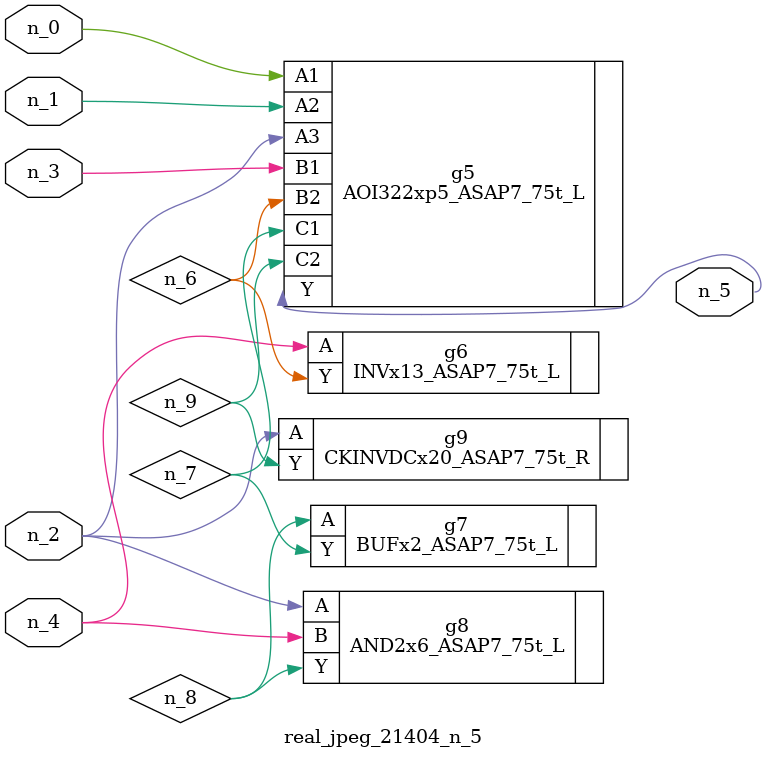
<source format=v>
module real_jpeg_21404_n_5 (n_4, n_0, n_1, n_2, n_3, n_5);

input n_4;
input n_0;
input n_1;
input n_2;
input n_3;

output n_5;

wire n_8;
wire n_6;
wire n_7;
wire n_9;

AOI322xp5_ASAP7_75t_L g5 ( 
.A1(n_0),
.A2(n_1),
.A3(n_2),
.B1(n_3),
.B2(n_6),
.C1(n_7),
.C2(n_9),
.Y(n_5)
);

AND2x6_ASAP7_75t_L g8 ( 
.A(n_2),
.B(n_4),
.Y(n_8)
);

CKINVDCx20_ASAP7_75t_R g9 ( 
.A(n_2),
.Y(n_9)
);

INVx13_ASAP7_75t_L g6 ( 
.A(n_4),
.Y(n_6)
);

BUFx2_ASAP7_75t_L g7 ( 
.A(n_8),
.Y(n_7)
);


endmodule
</source>
